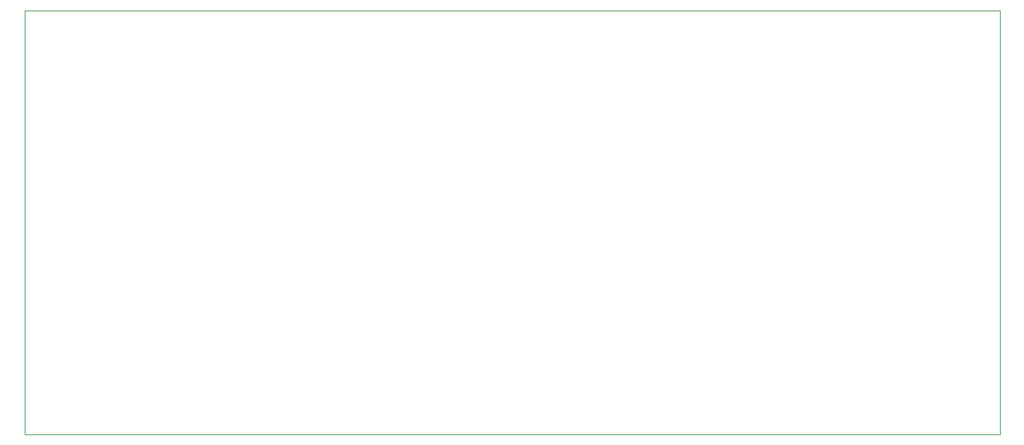
<source format=gko>
G04*
G04 #@! TF.GenerationSoftware,Altium Limited,Altium Designer,20.2.6 (244)*
G04*
G04 Layer_Color=8388736*
%FSAX24Y24*%
%MOIN*%
G70*
G04*
G04 #@! TF.SameCoordinates,F670C94F-DB3F-48BB-9EAE-642EF2030223*
G04*
G04*
G04 #@! TF.FilePolarity,Positive*
G04*
G01*
G75*
%ADD40C,0.0010*%
D40*
X235639Y145915D02*
X235639Y125915D01*
X281639Y125915D01*
X281639Y145915D01*
X235639Y145915D02*
X281639Y145915D01*
M02*

</source>
